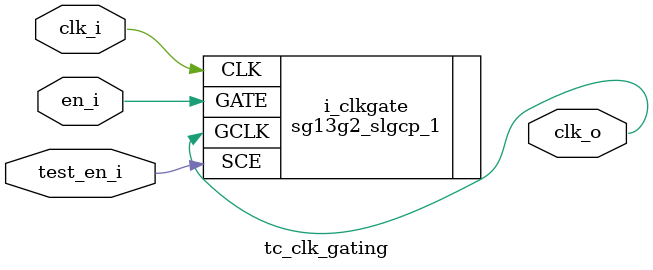
<source format=sv>

module tc_clk_inverter (
    input  logic clk_i,
    output logic clk_o
  );
  (* keep *)(* dont_touch = "true" *)
  sg13g2_inv_1 i_inv (
    .A ( clk_i ),
    .Y ( clk_o )
  );

endmodule

module tc_clk_buffer (
  input  logic clk_i,
  output logic clk_o
);
  (* keep *)(* dont_touch = "true" *)
  sg13g2_buf_1 i_buf (
    .A ( clk_i ),
    .X ( clk_o )
  );

endmodule

module tc_clk_mux2 (
    input  logic clk0_i,
    input  logic clk1_i,
    input  logic clk_sel_i,
    output logic clk_o
  );
  (* keep *)(* dont_touch = "true" *)
  sg13g2_mux2_1 i_mux (
    .A0 ( clk0_i    ),
    .A1 ( clk1_i    ),
    .S   ( clk_sel_i ),
    .X   ( clk_o     )
  );

endmodule

module tc_clk_gating #(
    parameter bit IS_FUNCTIONAL = 1'b1
  )(
    input  logic clk_i,
    input  logic en_i,
    input  logic test_en_i,
    output logic clk_o
  );
  (* keep *)(* dont_touch = "true" *)
  sg13g2_slgcp_1 i_clkgate (
    .GATE ( en_i ),
    .SCE  ( test_en_i   ),
    .CLK  ( clk_i ),
    .GCLK ( clk_o )
  );

endmodule

</source>
